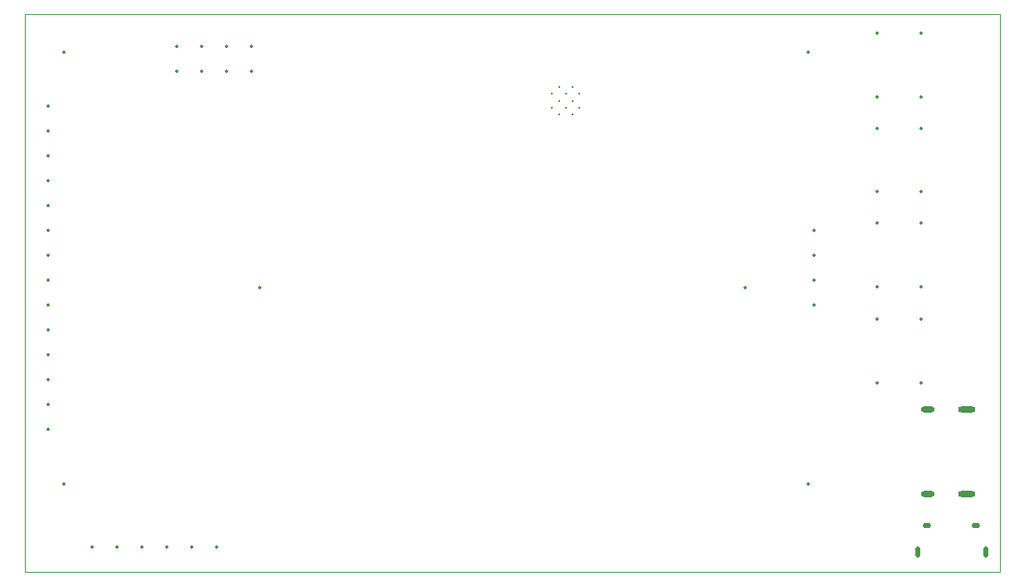
<source format=gko>
%TF.GenerationSoftware,KiCad,Pcbnew,9.0.1*%
%TF.CreationDate,2025-11-17T15:11:09+01:00*%
%TF.ProjectId,stacja_pogody_modu__wew,73746163-6a61-45f7-906f-676f64795f6d,rev?*%
%TF.SameCoordinates,Original*%
%TF.FileFunction,Profile,NP*%
%FSLAX46Y46*%
G04 Gerber Fmt 4.6, Leading zero omitted, Abs format (unit mm)*
G04 Created by KiCad (PCBNEW 9.0.1) date 2025-11-17 15:11:09*
%MOMM*%
%LPD*%
G01*
G04 APERTURE LIST*
%TA.AperFunction,Profile*%
%ADD10C,0.050000*%
%TD*%
%ADD11O,1.400000X0.600000*%
%ADD12O,1.800000X0.600000*%
%ADD13C,0.350000*%
%ADD14C,0.200000*%
%ADD15O,0.500000X1.150000*%
%ADD16O,0.850000X0.550000*%
G04 APERTURE END LIST*
D10*
X101000000Y-59000000D02*
X200500000Y-59000000D01*
X200500000Y-116000000D01*
X101000000Y-116000000D01*
X101000000Y-59000000D01*
D11*
X193175000Y-108080000D03*
D12*
X197155000Y-108080000D03*
D11*
X193175000Y-99440000D03*
D12*
X197155000Y-99440000D03*
D13*
X174500000Y-87000000D03*
X180913657Y-106997511D03*
X180913301Y-62897334D03*
X105020000Y-62910000D03*
X105013657Y-106997511D03*
X103414929Y-68402054D03*
X103414929Y-70942054D03*
X103414929Y-73482054D03*
X103414929Y-76022054D03*
X103414929Y-78562054D03*
X103414929Y-81102054D03*
X103414929Y-83642054D03*
X103414929Y-86182054D03*
X103414929Y-88722054D03*
X103414929Y-91262054D03*
X103414929Y-93802054D03*
X103414929Y-96342054D03*
X103414929Y-98882054D03*
X103414929Y-101422054D03*
X181513301Y-81102334D03*
X181513301Y-83642334D03*
X181513301Y-86182334D03*
X181513301Y-88722334D03*
X120620000Y-113440000D03*
X118080000Y-113440000D03*
X115540000Y-113440000D03*
X113000000Y-113440000D03*
X110460000Y-113440000D03*
X107920000Y-113440000D03*
X192440000Y-90190000D03*
X192440000Y-96690000D03*
X187940000Y-90190000D03*
X187940000Y-96690000D03*
X192480000Y-80370000D03*
X192480000Y-86870000D03*
X187980000Y-80370000D03*
X187980000Y-86870000D03*
X187990000Y-67460000D03*
X187990000Y-60960000D03*
X192490000Y-67460000D03*
X192490000Y-60960000D03*
X125000000Y-87000000D03*
D14*
X154820000Y-67180000D03*
X154820000Y-68580000D03*
X155520000Y-66480000D03*
X155520000Y-67880000D03*
X155520000Y-69280000D03*
X156220000Y-67180000D03*
X156220000Y-68580000D03*
X156920000Y-66480000D03*
X156920000Y-67880000D03*
X156920000Y-69280000D03*
X157620000Y-67180000D03*
X157620000Y-68580000D03*
D15*
X192090000Y-113990000D03*
D16*
X193090000Y-111290000D03*
X198090000Y-111290000D03*
D15*
X199090000Y-113990000D03*
D13*
X187990000Y-77180000D03*
X187990000Y-70680000D03*
X192490000Y-77180000D03*
X192490000Y-70680000D03*
X124170000Y-64840000D03*
X124170000Y-62300000D03*
X121630000Y-64840000D03*
X121630000Y-62300000D03*
X119090000Y-64840000D03*
X119090000Y-62300000D03*
X116550000Y-64840000D03*
X116550000Y-62300000D03*
M02*

</source>
